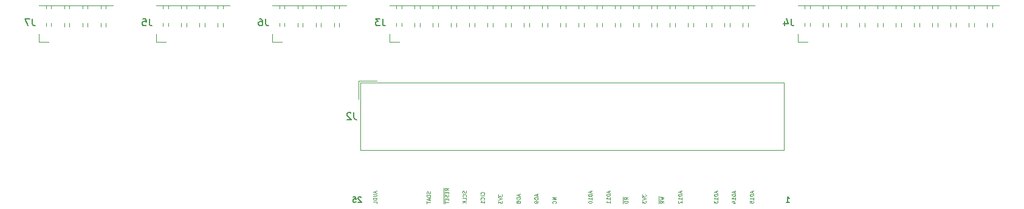
<source format=gbo>
G04 #@! TF.GenerationSoftware,KiCad,Pcbnew,(5.1.5-0-10_14)*
G04 #@! TF.CreationDate,2020-05-05T19:19:41-07:00*
G04 #@! TF.ProjectId,N64 Cart IDC Breakout,4e363420-4361-4727-9420-494443204272,rev?*
G04 #@! TF.SameCoordinates,Original*
G04 #@! TF.FileFunction,Legend,Bot*
G04 #@! TF.FilePolarity,Positive*
%FSLAX46Y46*%
G04 Gerber Fmt 4.6, Leading zero omitted, Abs format (unit mm)*
G04 Created by KiCad (PCBNEW (5.1.5-0-10_14)) date 2020-05-05 19:19:41*
%MOMM*%
%LPD*%
G04 APERTURE LIST*
%ADD10C,0.120000*%
%ADD11C,0.150000*%
%ADD12C,0.075000*%
G04 APERTURE END LIST*
D10*
X58470000Y-98300000D02*
X58470000Y-99410000D01*
X58470000Y-99410000D02*
X59800000Y-99410000D01*
X58470000Y-94300000D02*
X68750000Y-94300000D01*
X67780000Y-96810000D02*
X67780000Y-97250000D01*
X67780000Y-94300000D02*
X67780000Y-94710000D01*
X67060000Y-96810000D02*
X67060000Y-97250000D01*
X67060000Y-94300000D02*
X67060000Y-94710000D01*
X65240000Y-96810000D02*
X65240000Y-97250000D01*
X65240000Y-94300000D02*
X65240000Y-94710000D01*
X64520000Y-96810000D02*
X64520000Y-97250000D01*
X64520000Y-94300000D02*
X64520000Y-94710000D01*
X62700000Y-96810000D02*
X62700000Y-97250000D01*
X62700000Y-94300000D02*
X62700000Y-94710000D01*
X61980000Y-96810000D02*
X61980000Y-97250000D01*
X61980000Y-94300000D02*
X61980000Y-94710000D01*
X60160000Y-96810000D02*
X60160000Y-97190000D01*
X60160000Y-94300000D02*
X60160000Y-94710000D01*
X59440000Y-96810000D02*
X59440000Y-97190000D01*
X59440000Y-94300000D02*
X59440000Y-94710000D01*
X90970000Y-98300000D02*
X90970000Y-99410000D01*
X90970000Y-99410000D02*
X92300000Y-99410000D01*
X90970000Y-94300000D02*
X101250000Y-94300000D01*
X100280000Y-96810000D02*
X100280000Y-97250000D01*
X100280000Y-94300000D02*
X100280000Y-94710000D01*
X99560000Y-96810000D02*
X99560000Y-97250000D01*
X99560000Y-94300000D02*
X99560000Y-94710000D01*
X97740000Y-96810000D02*
X97740000Y-97250000D01*
X97740000Y-94300000D02*
X97740000Y-94710000D01*
X97020000Y-96810000D02*
X97020000Y-97250000D01*
X97020000Y-94300000D02*
X97020000Y-94710000D01*
X95200000Y-96810000D02*
X95200000Y-97250000D01*
X95200000Y-94300000D02*
X95200000Y-94710000D01*
X94480000Y-96810000D02*
X94480000Y-97250000D01*
X94480000Y-94300000D02*
X94480000Y-94710000D01*
X92660000Y-96810000D02*
X92660000Y-97190000D01*
X92660000Y-94300000D02*
X92660000Y-94710000D01*
X91940000Y-96810000D02*
X91940000Y-97190000D01*
X91940000Y-94300000D02*
X91940000Y-94710000D01*
X74770000Y-98300000D02*
X74770000Y-99410000D01*
X74770000Y-99410000D02*
X76100000Y-99410000D01*
X74770000Y-94300000D02*
X85050000Y-94300000D01*
X84080000Y-96810000D02*
X84080000Y-97250000D01*
X84080000Y-94300000D02*
X84080000Y-94710000D01*
X83360000Y-96810000D02*
X83360000Y-97250000D01*
X83360000Y-94300000D02*
X83360000Y-94710000D01*
X81540000Y-96810000D02*
X81540000Y-97250000D01*
X81540000Y-94300000D02*
X81540000Y-94710000D01*
X80820000Y-96810000D02*
X80820000Y-97250000D01*
X80820000Y-94300000D02*
X80820000Y-94710000D01*
X79000000Y-96810000D02*
X79000000Y-97250000D01*
X79000000Y-94300000D02*
X79000000Y-94710000D01*
X78280000Y-96810000D02*
X78280000Y-97250000D01*
X78280000Y-94300000D02*
X78280000Y-94710000D01*
X76460000Y-96810000D02*
X76460000Y-97190000D01*
X76460000Y-94300000D02*
X76460000Y-94710000D01*
X75740000Y-96810000D02*
X75740000Y-97190000D01*
X75740000Y-94300000D02*
X75740000Y-94710000D01*
X164170000Y-98300000D02*
X164170000Y-99410000D01*
X164170000Y-99410000D02*
X165500000Y-99410000D01*
X164170000Y-94300000D02*
X192230000Y-94300000D01*
X191260000Y-96810000D02*
X191260000Y-97250000D01*
X191260000Y-94300000D02*
X191260000Y-94710000D01*
X190540000Y-96810000D02*
X190540000Y-97250000D01*
X190540000Y-94300000D02*
X190540000Y-94710000D01*
X188720000Y-96810000D02*
X188720000Y-97250000D01*
X188720000Y-94300000D02*
X188720000Y-94710000D01*
X188000000Y-96810000D02*
X188000000Y-97250000D01*
X188000000Y-94300000D02*
X188000000Y-94710000D01*
X186180000Y-96810000D02*
X186180000Y-97250000D01*
X186180000Y-94300000D02*
X186180000Y-94710000D01*
X185460000Y-96810000D02*
X185460000Y-97250000D01*
X185460000Y-94300000D02*
X185460000Y-94710000D01*
X183640000Y-96810000D02*
X183640000Y-97250000D01*
X183640000Y-94300000D02*
X183640000Y-94710000D01*
X182920000Y-96810000D02*
X182920000Y-97250000D01*
X182920000Y-94300000D02*
X182920000Y-94710000D01*
X181100000Y-96810000D02*
X181100000Y-97250000D01*
X181100000Y-94300000D02*
X181100000Y-94710000D01*
X180380000Y-96810000D02*
X180380000Y-97250000D01*
X180380000Y-94300000D02*
X180380000Y-94710000D01*
X178560000Y-96810000D02*
X178560000Y-97250000D01*
X178560000Y-94300000D02*
X178560000Y-94710000D01*
X177840000Y-96810000D02*
X177840000Y-97250000D01*
X177840000Y-94300000D02*
X177840000Y-94710000D01*
X176020000Y-96810000D02*
X176020000Y-97250000D01*
X176020000Y-94300000D02*
X176020000Y-94710000D01*
X175300000Y-96810000D02*
X175300000Y-97250000D01*
X175300000Y-94300000D02*
X175300000Y-94710000D01*
X173480000Y-96810000D02*
X173480000Y-97250000D01*
X173480000Y-94300000D02*
X173480000Y-94710000D01*
X172760000Y-96810000D02*
X172760000Y-97250000D01*
X172760000Y-94300000D02*
X172760000Y-94710000D01*
X170940000Y-96810000D02*
X170940000Y-97250000D01*
X170940000Y-94300000D02*
X170940000Y-94710000D01*
X170220000Y-96810000D02*
X170220000Y-97250000D01*
X170220000Y-94300000D02*
X170220000Y-94710000D01*
X168400000Y-96810000D02*
X168400000Y-97250000D01*
X168400000Y-94300000D02*
X168400000Y-94710000D01*
X167680000Y-96810000D02*
X167680000Y-97250000D01*
X167680000Y-94300000D02*
X167680000Y-94710000D01*
X165860000Y-96810000D02*
X165860000Y-97190000D01*
X165860000Y-94300000D02*
X165860000Y-94710000D01*
X165140000Y-96810000D02*
X165140000Y-97190000D01*
X165140000Y-94300000D02*
X165140000Y-94710000D01*
X107270000Y-98300000D02*
X107270000Y-99410000D01*
X107270000Y-99410000D02*
X108600000Y-99410000D01*
X107270000Y-94300000D02*
X158190000Y-94300000D01*
X157220000Y-96810000D02*
X157220000Y-97250000D01*
X157220000Y-94300000D02*
X157220000Y-94710000D01*
X156500000Y-96810000D02*
X156500000Y-97250000D01*
X156500000Y-94300000D02*
X156500000Y-94710000D01*
X154680000Y-96810000D02*
X154680000Y-97250000D01*
X154680000Y-94300000D02*
X154680000Y-94710000D01*
X153960000Y-96810000D02*
X153960000Y-97250000D01*
X153960000Y-94300000D02*
X153960000Y-94710000D01*
X152140000Y-96810000D02*
X152140000Y-97250000D01*
X152140000Y-94300000D02*
X152140000Y-94710000D01*
X151420000Y-96810000D02*
X151420000Y-97250000D01*
X151420000Y-94300000D02*
X151420000Y-94710000D01*
X149600000Y-96810000D02*
X149600000Y-97250000D01*
X149600000Y-94300000D02*
X149600000Y-94710000D01*
X148880000Y-96810000D02*
X148880000Y-97250000D01*
X148880000Y-94300000D02*
X148880000Y-94710000D01*
X147060000Y-96810000D02*
X147060000Y-97250000D01*
X147060000Y-94300000D02*
X147060000Y-94710000D01*
X146340000Y-96810000D02*
X146340000Y-97250000D01*
X146340000Y-94300000D02*
X146340000Y-94710000D01*
X144520000Y-96810000D02*
X144520000Y-97250000D01*
X144520000Y-94300000D02*
X144520000Y-94710000D01*
X143800000Y-96810000D02*
X143800000Y-97250000D01*
X143800000Y-94300000D02*
X143800000Y-94710000D01*
X141980000Y-96810000D02*
X141980000Y-97250000D01*
X141980000Y-94300000D02*
X141980000Y-94710000D01*
X141260000Y-96810000D02*
X141260000Y-97250000D01*
X141260000Y-94300000D02*
X141260000Y-94710000D01*
X139440000Y-96810000D02*
X139440000Y-97250000D01*
X139440000Y-94300000D02*
X139440000Y-94710000D01*
X138720000Y-96810000D02*
X138720000Y-97250000D01*
X138720000Y-94300000D02*
X138720000Y-94710000D01*
X136900000Y-96810000D02*
X136900000Y-97250000D01*
X136900000Y-94300000D02*
X136900000Y-94710000D01*
X136180000Y-96810000D02*
X136180000Y-97250000D01*
X136180000Y-94300000D02*
X136180000Y-94710000D01*
X134360000Y-96810000D02*
X134360000Y-97250000D01*
X134360000Y-94300000D02*
X134360000Y-94710000D01*
X133640000Y-96810000D02*
X133640000Y-97250000D01*
X133640000Y-94300000D02*
X133640000Y-94710000D01*
X131820000Y-96810000D02*
X131820000Y-97250000D01*
X131820000Y-94300000D02*
X131820000Y-94710000D01*
X131100000Y-96810000D02*
X131100000Y-97250000D01*
X131100000Y-94300000D02*
X131100000Y-94710000D01*
X129280000Y-96810000D02*
X129280000Y-97250000D01*
X129280000Y-94300000D02*
X129280000Y-94710000D01*
X128560000Y-96810000D02*
X128560000Y-97250000D01*
X128560000Y-94300000D02*
X128560000Y-94710000D01*
X126740000Y-96810000D02*
X126740000Y-97250000D01*
X126740000Y-94300000D02*
X126740000Y-94710000D01*
X126020000Y-96810000D02*
X126020000Y-97250000D01*
X126020000Y-94300000D02*
X126020000Y-94710000D01*
X124200000Y-96810000D02*
X124200000Y-97250000D01*
X124200000Y-94300000D02*
X124200000Y-94710000D01*
X123480000Y-96810000D02*
X123480000Y-97250000D01*
X123480000Y-94300000D02*
X123480000Y-94710000D01*
X121660000Y-96810000D02*
X121660000Y-97250000D01*
X121660000Y-94300000D02*
X121660000Y-94710000D01*
X120940000Y-96810000D02*
X120940000Y-97250000D01*
X120940000Y-94300000D02*
X120940000Y-94710000D01*
X119120000Y-96810000D02*
X119120000Y-97250000D01*
X119120000Y-94300000D02*
X119120000Y-94710000D01*
X118400000Y-96810000D02*
X118400000Y-97250000D01*
X118400000Y-94300000D02*
X118400000Y-94710000D01*
X116580000Y-96810000D02*
X116580000Y-97250000D01*
X116580000Y-94300000D02*
X116580000Y-94710000D01*
X115860000Y-96810000D02*
X115860000Y-97250000D01*
X115860000Y-94300000D02*
X115860000Y-94710000D01*
X114040000Y-96810000D02*
X114040000Y-97250000D01*
X114040000Y-94300000D02*
X114040000Y-94710000D01*
X113320000Y-96810000D02*
X113320000Y-97250000D01*
X113320000Y-94300000D02*
X113320000Y-94710000D01*
X111500000Y-96810000D02*
X111500000Y-97250000D01*
X111500000Y-94300000D02*
X111500000Y-94710000D01*
X110780000Y-96810000D02*
X110780000Y-97250000D01*
X110780000Y-94300000D02*
X110780000Y-94710000D01*
X108960000Y-96810000D02*
X108960000Y-97190000D01*
X108960000Y-94300000D02*
X108960000Y-94710000D01*
X108240000Y-96810000D02*
X108240000Y-97190000D01*
X108240000Y-94300000D02*
X108240000Y-94710000D01*
X103000000Y-104845000D02*
X103000000Y-107385000D01*
X103000000Y-104845000D02*
X105540000Y-104845000D01*
X103250000Y-105095000D02*
X103250000Y-114445000D01*
X162210000Y-105095000D02*
X103250000Y-105095000D01*
X162210000Y-114445000D02*
X162210000Y-105095000D01*
X103250000Y-114445000D02*
X162210000Y-114445000D01*
D11*
X162535714Y-121739285D02*
X162964285Y-121739285D01*
X162750000Y-121739285D02*
X162750000Y-120989285D01*
X162821428Y-121096428D01*
X162892857Y-121167857D01*
X162964285Y-121203571D01*
X103321428Y-121060714D02*
X103285714Y-121025000D01*
X103214285Y-120989285D01*
X103035714Y-120989285D01*
X102964285Y-121025000D01*
X102928571Y-121060714D01*
X102892857Y-121132142D01*
X102892857Y-121203571D01*
X102928571Y-121310714D01*
X103357142Y-121739285D01*
X102892857Y-121739285D01*
X102214285Y-120989285D02*
X102571428Y-120989285D01*
X102607142Y-121346428D01*
X102571428Y-121310714D01*
X102500000Y-121275000D01*
X102321428Y-121275000D01*
X102250000Y-121310714D01*
X102214285Y-121346428D01*
X102178571Y-121417857D01*
X102178571Y-121596428D01*
X102214285Y-121667857D01*
X102250000Y-121703571D01*
X102321428Y-121739285D01*
X102500000Y-121739285D01*
X102571428Y-121703571D01*
X102607142Y-121667857D01*
D12*
X157833333Y-120165535D02*
X157833333Y-120403630D01*
X157976190Y-120117916D02*
X157476190Y-120284583D01*
X157976190Y-120451250D01*
X157976190Y-120617916D02*
X157476190Y-120617916D01*
X157476190Y-120736964D01*
X157500000Y-120808392D01*
X157547619Y-120856011D01*
X157595238Y-120879821D01*
X157690476Y-120903630D01*
X157761904Y-120903630D01*
X157857142Y-120879821D01*
X157904761Y-120856011D01*
X157952380Y-120808392D01*
X157976190Y-120736964D01*
X157976190Y-120617916D01*
X157976190Y-121379821D02*
X157976190Y-121094107D01*
X157976190Y-121236964D02*
X157476190Y-121236964D01*
X157547619Y-121189345D01*
X157595238Y-121141726D01*
X157619047Y-121094107D01*
X157476190Y-121832202D02*
X157476190Y-121594107D01*
X157714285Y-121570297D01*
X157690476Y-121594107D01*
X157666666Y-121641726D01*
X157666666Y-121760773D01*
X157690476Y-121808392D01*
X157714285Y-121832202D01*
X157761904Y-121856011D01*
X157880952Y-121856011D01*
X157928571Y-121832202D01*
X157952380Y-121808392D01*
X157976190Y-121760773D01*
X157976190Y-121641726D01*
X157952380Y-121594107D01*
X157928571Y-121570297D01*
X155333333Y-120165535D02*
X155333333Y-120403630D01*
X155476190Y-120117916D02*
X154976190Y-120284583D01*
X155476190Y-120451250D01*
X155476190Y-120617916D02*
X154976190Y-120617916D01*
X154976190Y-120736964D01*
X155000000Y-120808392D01*
X155047619Y-120856011D01*
X155095238Y-120879821D01*
X155190476Y-120903630D01*
X155261904Y-120903630D01*
X155357142Y-120879821D01*
X155404761Y-120856011D01*
X155452380Y-120808392D01*
X155476190Y-120736964D01*
X155476190Y-120617916D01*
X155476190Y-121379821D02*
X155476190Y-121094107D01*
X155476190Y-121236964D02*
X154976190Y-121236964D01*
X155047619Y-121189345D01*
X155095238Y-121141726D01*
X155119047Y-121094107D01*
X155142857Y-121808392D02*
X155476190Y-121808392D01*
X154952380Y-121689345D02*
X155309523Y-121570297D01*
X155309523Y-121879821D01*
X152833333Y-120165535D02*
X152833333Y-120403630D01*
X152976190Y-120117916D02*
X152476190Y-120284583D01*
X152976190Y-120451250D01*
X152976190Y-120617916D02*
X152476190Y-120617916D01*
X152476190Y-120736964D01*
X152500000Y-120808392D01*
X152547619Y-120856011D01*
X152595238Y-120879821D01*
X152690476Y-120903630D01*
X152761904Y-120903630D01*
X152857142Y-120879821D01*
X152904761Y-120856011D01*
X152952380Y-120808392D01*
X152976190Y-120736964D01*
X152976190Y-120617916D01*
X152976190Y-121379821D02*
X152976190Y-121094107D01*
X152976190Y-121236964D02*
X152476190Y-121236964D01*
X152547619Y-121189345D01*
X152595238Y-121141726D01*
X152619047Y-121094107D01*
X152476190Y-121546488D02*
X152476190Y-121856011D01*
X152666666Y-121689345D01*
X152666666Y-121760773D01*
X152690476Y-121808392D01*
X152714285Y-121832202D01*
X152761904Y-121856011D01*
X152880952Y-121856011D01*
X152928571Y-121832202D01*
X152952380Y-121808392D01*
X152976190Y-121760773D01*
X152976190Y-121617916D01*
X152952380Y-121570297D01*
X152928571Y-121546488D01*
X147833333Y-120165535D02*
X147833333Y-120403630D01*
X147976190Y-120117916D02*
X147476190Y-120284583D01*
X147976190Y-120451250D01*
X147976190Y-120617916D02*
X147476190Y-120617916D01*
X147476190Y-120736964D01*
X147500000Y-120808392D01*
X147547619Y-120856011D01*
X147595238Y-120879821D01*
X147690476Y-120903630D01*
X147761904Y-120903630D01*
X147857142Y-120879821D01*
X147904761Y-120856011D01*
X147952380Y-120808392D01*
X147976190Y-120736964D01*
X147976190Y-120617916D01*
X147976190Y-121379821D02*
X147976190Y-121094107D01*
X147976190Y-121236964D02*
X147476190Y-121236964D01*
X147547619Y-121189345D01*
X147595238Y-121141726D01*
X147619047Y-121094107D01*
X147523809Y-121570297D02*
X147500000Y-121594107D01*
X147476190Y-121641726D01*
X147476190Y-121760773D01*
X147500000Y-121808392D01*
X147523809Y-121832202D01*
X147571428Y-121856011D01*
X147619047Y-121856011D01*
X147690476Y-121832202D01*
X147976190Y-121546488D01*
X147976190Y-121856011D01*
X144792500Y-120879821D02*
X144792500Y-121451250D01*
X144976190Y-120951250D02*
X145476190Y-121070297D01*
X145119047Y-121165535D01*
X145476190Y-121260773D01*
X144976190Y-121379821D01*
X144792500Y-121451250D02*
X144792500Y-121951250D01*
X145476190Y-121856011D02*
X145238095Y-121689345D01*
X145476190Y-121570297D02*
X144976190Y-121570297D01*
X144976190Y-121760773D01*
X145000000Y-121808392D01*
X145023809Y-121832202D01*
X145071428Y-121856011D01*
X145142857Y-121856011D01*
X145190476Y-121832202D01*
X145214285Y-121808392D01*
X145238095Y-121760773D01*
X145238095Y-121570297D01*
X139792500Y-120951250D02*
X139792500Y-121451250D01*
X140476190Y-121356011D02*
X140238095Y-121189345D01*
X140476190Y-121070297D02*
X139976190Y-121070297D01*
X139976190Y-121260773D01*
X140000000Y-121308392D01*
X140023809Y-121332202D01*
X140071428Y-121356011D01*
X140142857Y-121356011D01*
X140190476Y-121332202D01*
X140214285Y-121308392D01*
X140238095Y-121260773D01*
X140238095Y-121070297D01*
X139792500Y-121451250D02*
X139792500Y-121951250D01*
X140476190Y-121570297D02*
X139976190Y-121570297D01*
X139976190Y-121689345D01*
X140000000Y-121760773D01*
X140047619Y-121808392D01*
X140095238Y-121832202D01*
X140190476Y-121856011D01*
X140261904Y-121856011D01*
X140357142Y-121832202D01*
X140404761Y-121808392D01*
X140452380Y-121760773D01*
X140476190Y-121689345D01*
X140476190Y-121570297D01*
X137833333Y-120165535D02*
X137833333Y-120403630D01*
X137976190Y-120117916D02*
X137476190Y-120284583D01*
X137976190Y-120451250D01*
X137976190Y-120617916D02*
X137476190Y-120617916D01*
X137476190Y-120736964D01*
X137500000Y-120808392D01*
X137547619Y-120856011D01*
X137595238Y-120879821D01*
X137690476Y-120903630D01*
X137761904Y-120903630D01*
X137857142Y-120879821D01*
X137904761Y-120856011D01*
X137952380Y-120808392D01*
X137976190Y-120736964D01*
X137976190Y-120617916D01*
X137976190Y-121379821D02*
X137976190Y-121094107D01*
X137976190Y-121236964D02*
X137476190Y-121236964D01*
X137547619Y-121189345D01*
X137595238Y-121141726D01*
X137619047Y-121094107D01*
X137976190Y-121856011D02*
X137976190Y-121570297D01*
X137976190Y-121713154D02*
X137476190Y-121713154D01*
X137547619Y-121665535D01*
X137595238Y-121617916D01*
X137619047Y-121570297D01*
X135333333Y-120165535D02*
X135333333Y-120403630D01*
X135476190Y-120117916D02*
X134976190Y-120284583D01*
X135476190Y-120451250D01*
X135476190Y-120617916D02*
X134976190Y-120617916D01*
X134976190Y-120736964D01*
X135000000Y-120808392D01*
X135047619Y-120856011D01*
X135095238Y-120879821D01*
X135190476Y-120903630D01*
X135261904Y-120903630D01*
X135357142Y-120879821D01*
X135404761Y-120856011D01*
X135452380Y-120808392D01*
X135476190Y-120736964D01*
X135476190Y-120617916D01*
X135476190Y-121379821D02*
X135476190Y-121094107D01*
X135476190Y-121236964D02*
X134976190Y-121236964D01*
X135047619Y-121189345D01*
X135095238Y-121141726D01*
X135119047Y-121094107D01*
X134976190Y-121689345D02*
X134976190Y-121736964D01*
X135000000Y-121784583D01*
X135023809Y-121808392D01*
X135071428Y-121832202D01*
X135166666Y-121856011D01*
X135285714Y-121856011D01*
X135380952Y-121832202D01*
X135428571Y-121808392D01*
X135452380Y-121784583D01*
X135476190Y-121736964D01*
X135476190Y-121689345D01*
X135452380Y-121641726D01*
X135428571Y-121617916D01*
X135380952Y-121594107D01*
X135285714Y-121570297D01*
X135166666Y-121570297D01*
X135071428Y-121594107D01*
X135023809Y-121617916D01*
X135000000Y-121641726D01*
X134976190Y-121689345D01*
X127833333Y-120641726D02*
X127833333Y-120879821D01*
X127976190Y-120594107D02*
X127476190Y-120760773D01*
X127976190Y-120927440D01*
X127976190Y-121094107D02*
X127476190Y-121094107D01*
X127476190Y-121213154D01*
X127500000Y-121284583D01*
X127547619Y-121332202D01*
X127595238Y-121356011D01*
X127690476Y-121379821D01*
X127761904Y-121379821D01*
X127857142Y-121356011D01*
X127904761Y-121332202D01*
X127952380Y-121284583D01*
X127976190Y-121213154D01*
X127976190Y-121094107D01*
X127976190Y-121617916D02*
X127976190Y-121713154D01*
X127952380Y-121760773D01*
X127928571Y-121784583D01*
X127857142Y-121832202D01*
X127761904Y-121856011D01*
X127571428Y-121856011D01*
X127523809Y-121832202D01*
X127500000Y-121808392D01*
X127476190Y-121760773D01*
X127476190Y-121665535D01*
X127500000Y-121617916D01*
X127523809Y-121594107D01*
X127571428Y-121570297D01*
X127690476Y-121570297D01*
X127738095Y-121594107D01*
X127761904Y-121617916D01*
X127785714Y-121665535D01*
X127785714Y-121760773D01*
X127761904Y-121808392D01*
X127738095Y-121832202D01*
X127690476Y-121856011D01*
X125333333Y-120641726D02*
X125333333Y-120879821D01*
X125476190Y-120594107D02*
X124976190Y-120760773D01*
X125476190Y-120927440D01*
X125476190Y-121094107D02*
X124976190Y-121094107D01*
X124976190Y-121213154D01*
X125000000Y-121284583D01*
X125047619Y-121332202D01*
X125095238Y-121356011D01*
X125190476Y-121379821D01*
X125261904Y-121379821D01*
X125357142Y-121356011D01*
X125404761Y-121332202D01*
X125452380Y-121284583D01*
X125476190Y-121213154D01*
X125476190Y-121094107D01*
X125190476Y-121665535D02*
X125166666Y-121617916D01*
X125142857Y-121594107D01*
X125095238Y-121570297D01*
X125071428Y-121570297D01*
X125023809Y-121594107D01*
X125000000Y-121617916D01*
X124976190Y-121665535D01*
X124976190Y-121760773D01*
X125000000Y-121808392D01*
X125023809Y-121832202D01*
X125071428Y-121856011D01*
X125095238Y-121856011D01*
X125142857Y-121832202D01*
X125166666Y-121808392D01*
X125190476Y-121760773D01*
X125190476Y-121665535D01*
X125214285Y-121617916D01*
X125238095Y-121594107D01*
X125285714Y-121570297D01*
X125380952Y-121570297D01*
X125428571Y-121594107D01*
X125452380Y-121617916D01*
X125476190Y-121665535D01*
X125476190Y-121760773D01*
X125452380Y-121808392D01*
X125428571Y-121832202D01*
X125380952Y-121856011D01*
X125285714Y-121856011D01*
X125238095Y-121832202D01*
X125214285Y-121808392D01*
X125190476Y-121760773D01*
X120428571Y-120641726D02*
X120452380Y-120617916D01*
X120476190Y-120546488D01*
X120476190Y-120498869D01*
X120452380Y-120427440D01*
X120404761Y-120379821D01*
X120357142Y-120356011D01*
X120261904Y-120332202D01*
X120190476Y-120332202D01*
X120095238Y-120356011D01*
X120047619Y-120379821D01*
X120000000Y-120427440D01*
X119976190Y-120498869D01*
X119976190Y-120546488D01*
X120000000Y-120617916D01*
X120023809Y-120641726D01*
X120476190Y-120856011D02*
X119976190Y-120856011D01*
X120428571Y-121379821D02*
X120452380Y-121356011D01*
X120476190Y-121284583D01*
X120476190Y-121236964D01*
X120452380Y-121165535D01*
X120404761Y-121117916D01*
X120357142Y-121094107D01*
X120261904Y-121070297D01*
X120190476Y-121070297D01*
X120095238Y-121094107D01*
X120047619Y-121117916D01*
X120000000Y-121165535D01*
X119976190Y-121236964D01*
X119976190Y-121284583D01*
X120000000Y-121356011D01*
X120023809Y-121379821D01*
X120476190Y-121856011D02*
X120476190Y-121570297D01*
X120476190Y-121713154D02*
X119976190Y-121713154D01*
X120047619Y-121665535D01*
X120095238Y-121617916D01*
X120119047Y-121570297D01*
X117952380Y-120165535D02*
X117976190Y-120236964D01*
X117976190Y-120356011D01*
X117952380Y-120403630D01*
X117928571Y-120427440D01*
X117880952Y-120451250D01*
X117833333Y-120451250D01*
X117785714Y-120427440D01*
X117761904Y-120403630D01*
X117738095Y-120356011D01*
X117714285Y-120260773D01*
X117690476Y-120213154D01*
X117666666Y-120189345D01*
X117619047Y-120165535D01*
X117571428Y-120165535D01*
X117523809Y-120189345D01*
X117500000Y-120213154D01*
X117476190Y-120260773D01*
X117476190Y-120379821D01*
X117500000Y-120451250D01*
X117928571Y-120951250D02*
X117952380Y-120927440D01*
X117976190Y-120856011D01*
X117976190Y-120808392D01*
X117952380Y-120736964D01*
X117904761Y-120689345D01*
X117857142Y-120665535D01*
X117761904Y-120641726D01*
X117690476Y-120641726D01*
X117595238Y-120665535D01*
X117547619Y-120689345D01*
X117500000Y-120736964D01*
X117476190Y-120808392D01*
X117476190Y-120856011D01*
X117500000Y-120927440D01*
X117523809Y-120951250D01*
X117976190Y-121403630D02*
X117976190Y-121165535D01*
X117476190Y-121165535D01*
X117976190Y-121570297D02*
X117476190Y-121570297D01*
X117976190Y-121856011D02*
X117690476Y-121641726D01*
X117476190Y-121856011D02*
X117761904Y-121570297D01*
X114792500Y-119689345D02*
X114792500Y-120189345D01*
X115476190Y-120094107D02*
X115238095Y-119927440D01*
X115476190Y-119808392D02*
X114976190Y-119808392D01*
X114976190Y-119998869D01*
X115000000Y-120046488D01*
X115023809Y-120070297D01*
X115071428Y-120094107D01*
X115142857Y-120094107D01*
X115190476Y-120070297D01*
X115214285Y-120046488D01*
X115238095Y-119998869D01*
X115238095Y-119808392D01*
X114792500Y-120189345D02*
X114792500Y-120641726D01*
X115214285Y-120308392D02*
X115214285Y-120475059D01*
X115476190Y-120546488D02*
X115476190Y-120308392D01*
X114976190Y-120308392D01*
X114976190Y-120546488D01*
X114792500Y-120641726D02*
X114792500Y-121117916D01*
X115452380Y-120736964D02*
X115476190Y-120808392D01*
X115476190Y-120927440D01*
X115452380Y-120975059D01*
X115428571Y-120998869D01*
X115380952Y-121022678D01*
X115333333Y-121022678D01*
X115285714Y-120998869D01*
X115261904Y-120975059D01*
X115238095Y-120927440D01*
X115214285Y-120832202D01*
X115190476Y-120784583D01*
X115166666Y-120760773D01*
X115119047Y-120736964D01*
X115071428Y-120736964D01*
X115023809Y-120760773D01*
X115000000Y-120784583D01*
X114976190Y-120832202D01*
X114976190Y-120951250D01*
X115000000Y-121022678D01*
X114792500Y-121117916D02*
X114792500Y-121570297D01*
X115214285Y-121236964D02*
X115214285Y-121403630D01*
X115476190Y-121475059D02*
X115476190Y-121236964D01*
X114976190Y-121236964D01*
X114976190Y-121475059D01*
X114792500Y-121570297D02*
X114792500Y-121951250D01*
X114976190Y-121617916D02*
X114976190Y-121903630D01*
X115476190Y-121760773D02*
X114976190Y-121760773D01*
X112952380Y-120260773D02*
X112976190Y-120332202D01*
X112976190Y-120451250D01*
X112952380Y-120498869D01*
X112928571Y-120522678D01*
X112880952Y-120546488D01*
X112833333Y-120546488D01*
X112785714Y-120522678D01*
X112761904Y-120498869D01*
X112738095Y-120451250D01*
X112714285Y-120356011D01*
X112690476Y-120308392D01*
X112666666Y-120284583D01*
X112619047Y-120260773D01*
X112571428Y-120260773D01*
X112523809Y-120284583D01*
X112500000Y-120308392D01*
X112476190Y-120356011D01*
X112476190Y-120475059D01*
X112500000Y-120546488D01*
X112976190Y-120760773D02*
X112476190Y-120760773D01*
X112476190Y-120879821D01*
X112500000Y-120951250D01*
X112547619Y-120998869D01*
X112595238Y-121022678D01*
X112690476Y-121046488D01*
X112761904Y-121046488D01*
X112857142Y-121022678D01*
X112904761Y-120998869D01*
X112952380Y-120951250D01*
X112976190Y-120879821D01*
X112976190Y-120760773D01*
X112833333Y-121236964D02*
X112833333Y-121475059D01*
X112976190Y-121189345D02*
X112476190Y-121356011D01*
X112976190Y-121522678D01*
X112476190Y-121617916D02*
X112476190Y-121903630D01*
X112976190Y-121760773D02*
X112476190Y-121760773D01*
X105333333Y-120189345D02*
X105333333Y-120427440D01*
X105476190Y-120141726D02*
X104976190Y-120308392D01*
X105476190Y-120475059D01*
X104976190Y-120641726D02*
X105380952Y-120641726D01*
X105428571Y-120665535D01*
X105452380Y-120689345D01*
X105476190Y-120736964D01*
X105476190Y-120832202D01*
X105452380Y-120879821D01*
X105428571Y-120903630D01*
X105380952Y-120927440D01*
X104976190Y-120927440D01*
X105476190Y-121165535D02*
X104976190Y-121165535D01*
X104976190Y-121284583D01*
X105000000Y-121356011D01*
X105047619Y-121403630D01*
X105095238Y-121427440D01*
X105190476Y-121451250D01*
X105261904Y-121451250D01*
X105357142Y-121427440D01*
X105404761Y-121403630D01*
X105452380Y-121356011D01*
X105476190Y-121284583D01*
X105476190Y-121165535D01*
X105476190Y-121903630D02*
X105476190Y-121665535D01*
X104976190Y-121665535D01*
X122476190Y-120641726D02*
X122476190Y-120951250D01*
X122666666Y-120784583D01*
X122666666Y-120856011D01*
X122690476Y-120903630D01*
X122714285Y-120927440D01*
X122761904Y-120951250D01*
X122880952Y-120951250D01*
X122928571Y-120927440D01*
X122952380Y-120903630D01*
X122976190Y-120856011D01*
X122976190Y-120713154D01*
X122952380Y-120665535D01*
X122928571Y-120641726D01*
X122476190Y-121094107D02*
X122976190Y-121260773D01*
X122476190Y-121427440D01*
X122476190Y-121546488D02*
X122476190Y-121856011D01*
X122666666Y-121689345D01*
X122666666Y-121760773D01*
X122690476Y-121808392D01*
X122714285Y-121832202D01*
X122761904Y-121856011D01*
X122880952Y-121856011D01*
X122928571Y-121832202D01*
X122952380Y-121808392D01*
X122976190Y-121760773D01*
X122976190Y-121617916D01*
X122952380Y-121570297D01*
X122928571Y-121546488D01*
X142476190Y-120641726D02*
X142476190Y-120951250D01*
X142666666Y-120784583D01*
X142666666Y-120856011D01*
X142690476Y-120903630D01*
X142714285Y-120927440D01*
X142761904Y-120951250D01*
X142880952Y-120951250D01*
X142928571Y-120927440D01*
X142952380Y-120903630D01*
X142976190Y-120856011D01*
X142976190Y-120713154D01*
X142952380Y-120665535D01*
X142928571Y-120641726D01*
X142476190Y-121094107D02*
X142976190Y-121260773D01*
X142476190Y-121427440D01*
X142476190Y-121546488D02*
X142476190Y-121856011D01*
X142666666Y-121689345D01*
X142666666Y-121760773D01*
X142690476Y-121808392D01*
X142714285Y-121832202D01*
X142761904Y-121856011D01*
X142880952Y-121856011D01*
X142928571Y-121832202D01*
X142952380Y-121808392D01*
X142976190Y-121760773D01*
X142976190Y-121617916D01*
X142952380Y-121570297D01*
X142928571Y-121546488D01*
X122476190Y-120641726D02*
X122476190Y-120951250D01*
X122666666Y-120784583D01*
X122666666Y-120856011D01*
X122690476Y-120903630D01*
X122714285Y-120927440D01*
X122761904Y-120951250D01*
X122880952Y-120951250D01*
X122928571Y-120927440D01*
X122952380Y-120903630D01*
X122976190Y-120856011D01*
X122976190Y-120713154D01*
X122952380Y-120665535D01*
X122928571Y-120641726D01*
X122476190Y-121094107D02*
X122976190Y-121260773D01*
X122476190Y-121427440D01*
X122476190Y-121546488D02*
X122476190Y-121856011D01*
X122666666Y-121689345D01*
X122666666Y-121760773D01*
X122690476Y-121808392D01*
X122714285Y-121832202D01*
X122761904Y-121856011D01*
X122880952Y-121856011D01*
X122928571Y-121832202D01*
X122952380Y-121808392D01*
X122976190Y-121760773D01*
X122976190Y-121617916D01*
X122952380Y-121570297D01*
X122928571Y-121546488D01*
X130476190Y-121046488D02*
X129976190Y-121046488D01*
X130476190Y-121332202D01*
X129976190Y-121332202D01*
X130428571Y-121856011D02*
X130452380Y-121832202D01*
X130476190Y-121760773D01*
X130476190Y-121713154D01*
X130452380Y-121641726D01*
X130404761Y-121594107D01*
X130357142Y-121570297D01*
X130261904Y-121546488D01*
X130190476Y-121546488D01*
X130095238Y-121570297D01*
X130047619Y-121594107D01*
X130000000Y-121641726D01*
X129976190Y-121713154D01*
X129976190Y-121760773D01*
X130000000Y-121832202D01*
X130023809Y-121856011D01*
D11*
X57533333Y-96152380D02*
X57533333Y-96866666D01*
X57580952Y-97009523D01*
X57676190Y-97104761D01*
X57819047Y-97152380D01*
X57914285Y-97152380D01*
X57152380Y-96152380D02*
X56485714Y-96152380D01*
X56914285Y-97152380D01*
X90033333Y-96152380D02*
X90033333Y-96866666D01*
X90080952Y-97009523D01*
X90176190Y-97104761D01*
X90319047Y-97152380D01*
X90414285Y-97152380D01*
X89128571Y-96152380D02*
X89319047Y-96152380D01*
X89414285Y-96200000D01*
X89461904Y-96247619D01*
X89557142Y-96390476D01*
X89604761Y-96580952D01*
X89604761Y-96961904D01*
X89557142Y-97057142D01*
X89509523Y-97104761D01*
X89414285Y-97152380D01*
X89223809Y-97152380D01*
X89128571Y-97104761D01*
X89080952Y-97057142D01*
X89033333Y-96961904D01*
X89033333Y-96723809D01*
X89080952Y-96628571D01*
X89128571Y-96580952D01*
X89223809Y-96533333D01*
X89414285Y-96533333D01*
X89509523Y-96580952D01*
X89557142Y-96628571D01*
X89604761Y-96723809D01*
X73833333Y-96152380D02*
X73833333Y-96866666D01*
X73880952Y-97009523D01*
X73976190Y-97104761D01*
X74119047Y-97152380D01*
X74214285Y-97152380D01*
X72880952Y-96152380D02*
X73357142Y-96152380D01*
X73404761Y-96628571D01*
X73357142Y-96580952D01*
X73261904Y-96533333D01*
X73023809Y-96533333D01*
X72928571Y-96580952D01*
X72880952Y-96628571D01*
X72833333Y-96723809D01*
X72833333Y-96961904D01*
X72880952Y-97057142D01*
X72928571Y-97104761D01*
X73023809Y-97152380D01*
X73261904Y-97152380D01*
X73357142Y-97104761D01*
X73404761Y-97057142D01*
X163233333Y-96152380D02*
X163233333Y-96866666D01*
X163280952Y-97009523D01*
X163376190Y-97104761D01*
X163519047Y-97152380D01*
X163614285Y-97152380D01*
X162328571Y-96485714D02*
X162328571Y-97152380D01*
X162566666Y-96104761D02*
X162804761Y-96819047D01*
X162185714Y-96819047D01*
X106333333Y-96152380D02*
X106333333Y-96866666D01*
X106380952Y-97009523D01*
X106476190Y-97104761D01*
X106619047Y-97152380D01*
X106714285Y-97152380D01*
X105952380Y-96152380D02*
X105333333Y-96152380D01*
X105666666Y-96533333D01*
X105523809Y-96533333D01*
X105428571Y-96580952D01*
X105380952Y-96628571D01*
X105333333Y-96723809D01*
X105333333Y-96961904D01*
X105380952Y-97057142D01*
X105428571Y-97104761D01*
X105523809Y-97152380D01*
X105809523Y-97152380D01*
X105904761Y-97104761D01*
X105952380Y-97057142D01*
X102329333Y-109222380D02*
X102329333Y-109936666D01*
X102376952Y-110079523D01*
X102472190Y-110174761D01*
X102615047Y-110222380D01*
X102710285Y-110222380D01*
X101900761Y-109317619D02*
X101853142Y-109270000D01*
X101757904Y-109222380D01*
X101519809Y-109222380D01*
X101424571Y-109270000D01*
X101376952Y-109317619D01*
X101329333Y-109412857D01*
X101329333Y-109508095D01*
X101376952Y-109650952D01*
X101948380Y-110222380D01*
X101329333Y-110222380D01*
M02*

</source>
